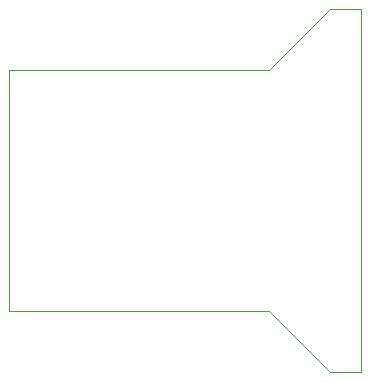
<source format=gm1>
%TF.GenerationSoftware,KiCad,Pcbnew,7.0.5*%
%TF.CreationDate,2023-07-18T06:36:40-05:00*%
%TF.ProjectId,pu-23_VDAC_reloc,70752d32-335f-4564-9441-435f72656c6f,rev?*%
%TF.SameCoordinates,Original*%
%TF.FileFunction,Profile,NP*%
%FSLAX46Y46*%
G04 Gerber Fmt 4.6, Leading zero omitted, Abs format (unit mm)*
G04 Created by KiCad (PCBNEW 7.0.5) date 2023-07-18 06:36:40*
%MOMM*%
%LPD*%
G01*
G04 APERTURE LIST*
%TA.AperFunction,Profile*%
%ADD10C,0.100000*%
%TD*%
G04 APERTURE END LIST*
D10*
X135910000Y-89020000D02*
X133320000Y-89020000D01*
X135910000Y-58270000D02*
X135910000Y-89020000D01*
X135910000Y-58270000D02*
X133320000Y-58270000D01*
X128170000Y-63420000D02*
X133320000Y-58270000D01*
X128170000Y-63420000D02*
X106160000Y-63420000D01*
X106160000Y-63420000D02*
X106160000Y-83870000D01*
X128170000Y-83870000D02*
X133320000Y-89020000D01*
X128170000Y-83870000D02*
X106160000Y-83870000D01*
M02*

</source>
